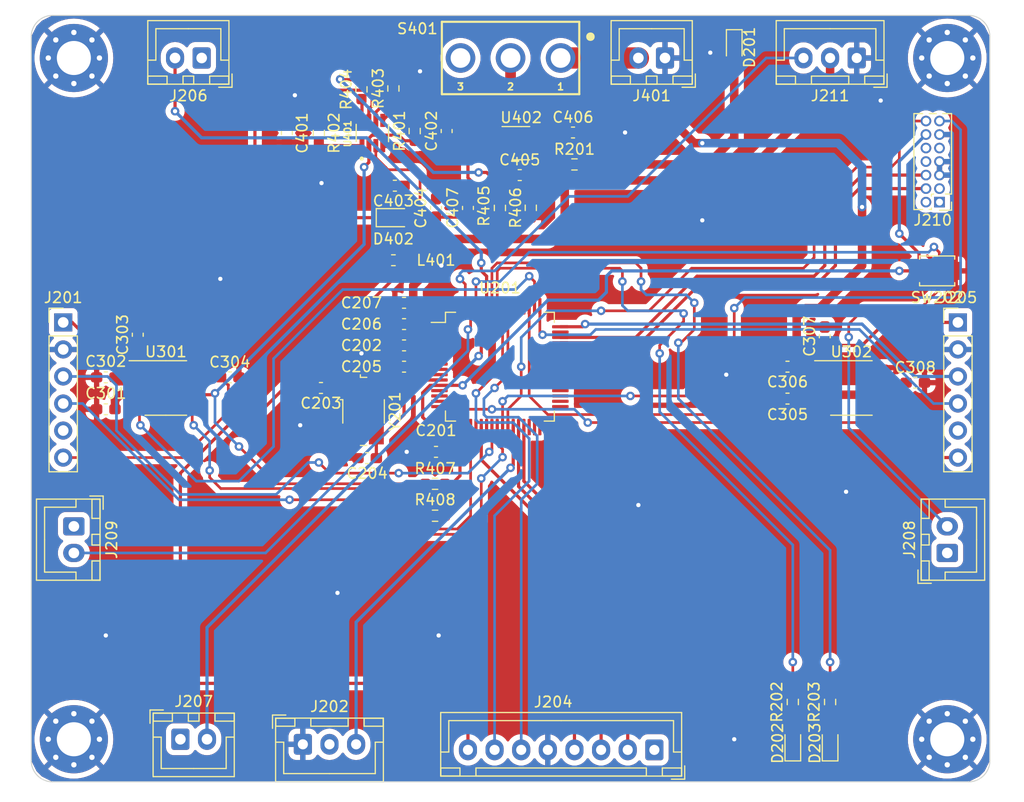
<source format=kicad_pcb>
(kicad_pcb (version 20221018) (generator pcbnew)
  (layers (0 "F.Cu" signal) (1 "In1.Cu" signal) (2 "In2.Cu" signal) (31 "B.Cu" signal) (34 "B.Paste" user) (35 "F.Paste" user) (36 "B.SilkS" user "B.Silkscreen") (37 "F.SilkS" user "F.Silkscreen") (38 "B.Mask" user) (39 "F.Mask" user) (44 "Edge.Cuts" user))
  (net 0 "")
  (net 1 "/STM32/NRST")
  (net 2 "GND")
  (net 3 "/Motor/M_L1")
  (net 4 "Net-(U201-PF0)")
  (net 5 "Net-(U201-PF1)")
  (net 6 "7.2V")
  (net 7 "/Motor/M_L2")
  (net 8 "/Motor/M_R1")
  (net 9 "/Motor/M_R2")
  (net 10 "Net-(D402-K)")
  (net 11 "/STM32/Endoder_LA")
  (net 12 "/STM32/Endoder_LB")
  (net 13 "/STM32/V_BORDURE_R")
  (net 14 "/STM32/M_EN")
  (net 15 "Net-(U401-VCC)")
  (net 16 "/STM32/DEV_EN")
  (net 17 "Net-(U401-SW)")
  (net 18 "+5V")
  (net 19 "+3.3V")
  (net 20 "/STM32/M_SCTR")
  (net 21 "/STM32/LIDAR_RX")
  (net 23 "/STM32/LIDAR_TX")
  (net 24 "/STM32/Endoder_RB")
  (net 25 "/STM32/Endoder_RA")
  (net 26 "/STM32/BUMPER_F")
  (net 27 "/STM32/BUMPER_B")
  (net 28 "/STM32/BUMPER_R")
  (net 29 "/STM32/BUMPER_L")
  (net 32 "/STM32/SWDIO")
  (net 33 "/STM32/SWCLK")
  (net 37 "/STM32/VCP_TX")
  (net 38 "/STM32/VCP_RX")
  (net 39 "Net-(D201-A)")
  (net 40 "/STM32/V_BORDURE_F")
  (net 41 "Net-(D202-A)")
  (net 42 "/STM32/LED_R")
  (net 43 "Net-(D203-A)")
  (net 44 "Net-(U401-EN{slash}SYNC)")
  (net 45 "Net-(U401-PG)")
  (net 46 "Net-(R404-Pad2)")
  (net 47 "/STM32/LED_B")
  (net 53 "/Power/BAT_LVL")
  (net 56 "/Motor/REV_MR")
  (net 59 "/Motor/REV_ML")
  (net 62 "/Motor/FWD_ML")
  (net 79 "/Motor/FWD_MR")
  (net 84 "Net-(J401-Pin_2)")
  (net 85 "Net-(U401-BST)")
  (net 86 "Net-(U401-FB)")
  (footprint "Capacitor_SMD:C_0603_1608Metric_Pad1.08x0.95mm_HandSolder" (layer "F.Cu") (at 85 83)
    (fp_text reference "C205")
    (fp_text value "100nF")
  )
  (footprint "Resistor_SMD:R_0603_1608Metric_Pad0.98x0.95mm_HandSolder" (layer "F.Cu") (at 86 60.8625 90)
    (fp_text reference "R401")
    (fp_text value "100k")
  )
  (footprint "LED_SMD:LED_0603_1608Metric_Pad1.05x0.95mm_HandSolder" (layer "F.Cu") (at 125 118.375 90)
    (fp_text reference "D203")
    (fp_text value "LED B")
  )
  (footprint "Capacitor_SMD:C_0603_1608Metric_Pad1.08x0.95mm_HandSolder" (layer "F.Cu") (at 74 61.0475 -90)
    (fp_text reference "C401")
    (fp_text value "0.1uF")
  )
  (footprint "Button_Switch_SMD:SW_SPST_B3U-1000P" (layer "F.Cu") (at 135.05 74 180)
    (fp_text reference "SW202")
    (fp_text value "SW_Push")
  )
  (footprint "Connector_JST:JST_XH_B2B-XH-A_1x02_P2.50mm_Vertical" (layer "F.Cu") (at 66 54 180)
    (fp_text reference "J206")
    (fp_text value "BUMPER_F")
  )
  (footprint "Connector_PinHeader_1.27mm:PinHeader_2x07_P1.27mm_Vertical" (layer "F.Cu") (at 135.27 67.54 180)
    (fp_text reference "J210")
    (fp_text value "Conn_02x07_Odd_Even")
  )
  (footprint "Capacitor_SMD:C_0603_1608Metric_Pad1.08x0.95mm_HandSolder" (layer "F.Cu") (at 77.2 85 180)
    (fp_text reference "C203")
    (fp_text value "10pF")
  )
  (footprint "Package_QFP:LQFP-64_10x10mm_P0.5mm" (layer "F.Cu") (at 94 83)
    (fp_text reference "U201")
    (fp_text value "STM32G070RBTx")
  )
  (footprint "Inductor_SMD:L_0603_1608Metric_Pad1.05x0.95mm_HandSolder" (layer "F.Cu") (at 84 73)
    (fp_text reference "L401")
    (fp_text value "4.7uH")
  )
  (footprint "Capacitor_SMD:C_0603_1608Metric_Pad1.08x0.95mm_HandSolder" (layer "F.Cu") (at 84.1375 66 180)
    (fp_text reference "C403")
    (fp_text value "100n")
  )
  (footprint "MountingHole:MountingHole_3.2mm_M3_Pad_Via" (layer "F.Cu") (at 136 54)
    (fp_text reference "H202" hide)
    (fp_text value "MountingHole_Pad")
  )
  (footprint "Connector_PinHeader_2.54mm:PinHeader_1x06_P2.54mm_Vertical" (layer "F.Cu") (at 53 78.84)
    (fp_text reference "J201")
    (fp_text value "Motor_L")
  )
  (footprint "LED_SMD:LED_0603_1608Metric_Pad1.05x0.95mm_HandSolder" (layer "F.Cu") (at 121.5 118.375 90)
    (fp_text reference "D202")
    (fp_text value "LED R")
  )
  (footprint "Resistor_SMD:R_0603_1608Metric_Pad0.98x0.95mm_HandSolder" (layer "F.Cu") (at 121.5 114.5 -90)
    (fp_text reference "R202")
    (fp_text value "1k")
  )
  (footprint "Capacitor_SMD:C_0603_1608Metric_Pad1.08x0.95mm_HandSolder" (layer "F.Cu") (at 68.6375 84)
    (fp_text reference "C304")
    (fp_text value "10nF")
  )
  (footprint "Capacitor_SMD:C_0603_1608Metric_Pad1.08x0.95mm_HandSolder" (layer "F.Cu") (at 60 80 90)
    (fp_text reference "C303")
    (fp_text value "10nF")
  )
  (footprint "Package_SO:SOIC-8_3.9x4.9mm_P1.27mm" (layer "F.Cu") (at 62.6375 85)
    (fp_text reference "U301")
    (fp_text value "ZXBM5210-S")
  )
  (footprint "Crystal:Crystal_SMD_0603-4Pin_6.0x3.5mm" (layer "F.Cu") (at 81.2 87.2 -90)
    (fp_text reference "Y201")
    (fp_text value "16M")
  )
  (footprint "Capacitor_SMD:C_0603_1608Metric_Pad1.08x0.95mm_HandSolder" (layer "F.Cu") (at 57 84 180)
    (fp_text reference "C302")
    (fp_text value "10uF")
  )
  (footprint "Connector_JST:JST_XH_B2B-XH-A_1x02_P2.50mm_Vertical" (layer "F.Cu") (at 54 98 -90)
    (fp_text reference "J209")
    (fp_text value "BUMPER_L")
  )
  (footprint "472121010111:472121010111" (layer "F.Cu") (at 95 54)
    (property "VALUE" "472121010111")
    (fp_text reference "S401")
    (fp_text value "472121010111")
  )
  (footprint "Resistor_SMD:R_0603_1608Metric_Pad0.98x0.95mm_HandSolder" (layer "F.Cu") (at 94 68.0875 -90)
    (fp_text reference "R405")
    (fp_text value "40.2k")
  )
  (footprint "Capacitor_SMD:C_0603_1608Metric_Pad1.08x0.95mm_HandSolder" (layer "F.Cu") (at 88 68.0875 90)
    (fp_text reference "C404")
    (fp_text value "22uF")
  )
  (footprint "Connector_JST:JST_XH_B3B-XH-A_1x03_P2.50mm_Vertical" (layer "F.Cu") (at 127.5 54 180)
    (fp_text reference "J211")
    (fp_text value "bordure_F")
  )
  (footprint "MP1475:MP1475DJ-LF-P" (layer "F.Cu") (at 82.025 61.0475 90)
    (fp_text reference "U401")
    (fp_text value "MP1475DJ-LF-P")
  )
  (footprint "Package_TO_SOT_SMD:SOT-23-5" (layer "F.Cu") (at 96 62)
    (fp_text reference "U402")
    (fp_text value "MIC5317")
  )
  (footprint "MountingHole:MountingHole_3.2mm_M3_Pad_Via" (layer "F.Cu") (at 54 54)
    (fp_text reference "H201" hide)
    (fp_text value "MountingHole_Pad")
  )
  (footprint "Resistor_SMD:R_0603_1608Metric_Pad0.98x0.95mm_HandSolder" (layer "F.Cu") (at 87.9125 97 180)
    (fp_text reference "R408")
    (fp_text value "10k")
  )
  (footprint "Connector_JST:JST_XH_B2B-XH-A_1x02_P2.50mm_Vertical" (layer "F.Cu") (at 64 118)
    (fp_text reference "J207")
    (fp_text value "BUMPER_B")
  )
  (footprint "MountingHole:MountingHole_3.2mm_M3_Pad_Via" (layer "F.Cu") (at 136 118)
    (fp_text reference "H203" hide)
    (fp_text value "MountingHole_Pad")
  )
  (footprint "Resistor_SMD:R_0603_1608Metric_Pad0.98x0.95mm_HandSolder" (layer "F.Cu") (at 125 114.5 -90)
    (fp_text reference "R203")
    (fp_text value "1k")
  )
  (footprint "Resistor_SMD:R_0603_1608Metric_Pad0.98x0.95mm_HandSolder" (layer "F.Cu") (at 77 61.0475 -90)
    (fp_text reference "R402")
    (fp_text value "100k")
  )
  (footprint "Capacitor_SMD:C_0603_1608Metric_Pad1.08x0.95mm_HandSolder" (layer "F.Cu") (at 121 83 180)
    (fp_text reference "C306")
    (fp_text value "10uF")
  )
  (footprint "Capacitor_SMD:C_0603_1608Metric_Pad1.08x0.95mm_HandSolder" (layer "F.Cu") (at 100.8625 61)
    (fp_text reference "C406")
    (fp_text value "1uF")
  )
  (footprint "Capacitor_SMD:C_0603_1608Metric_Pad1.08x0.95mm_HandSolder" (layer "F.Cu") (at 121 86)
    (fp_text reference "C305")
    (fp_text value "1uF")
  )
  (footprint "Capacitor_SMD:C_0603_1608Metric_Pad1.08x0.95mm_HandSolder" (layer "F.Cu") (at 91 68.0875 90)
    (fp_text reference "C407")
    (fp_text value "22uF")
  )
  (footprint "Package_SO:SOIC-8_3.9x4.9mm_P1.27mm" (layer "F.Cu") (at 127 85)
    (fp_text reference "U302")
    (fp_text value "ZXBM5210-S")
  )
  (footprint "Resistor_SMD:R_0603_1608Metric_Pad0.98x0.95mm_HandSolder" (layer "F.Cu") (at 96.9 68.075 90)
    (fp_text reference "R406")
    (fp_text value "13k")
  )
  (footprint "Resistor_SMD:R_0603_1608Metric_Pad0.98x0.95mm_HandSolder" (layer "F.Cu") (at 81 56.95 90)
    (fp_text reference "R404")
    (fp_text value "16k")
  )
  (footprint "Capacitor_SMD:C_0603_1608Metric_Pad1.08x0.95mm_HandSolder" (layer "F.Cu") (at 57 87)
    (fp_text reference "C301")
    (fp_text value "1uF")
  )
  (footprint "Capacitor_SMD:C_0603_1608Metric_Pad1.08x0.95mm_HandSolder" (layer "F.Cu") (at 124.5 80.1375 90)
    (fp_text reference "C307")
    (fp_text value "10nF")
  )
  (footprint "Resistor_SMD:R_0603_1608Metric_Pad0.98x0.95mm_HandSolder" (layer "F.Cu") (at 101 64)
    (fp_text reference "R201")
    (fp_text value "1k")
  )
  (footprint "Capacitor_SMD:C_0603_1608Metric_Pad1.08x0.95mm_HandSolder" (layer "F.Cu") (at 81.5375 91.592 180)
    (fp_text reference "C204")
    (fp_text value "10pF")
  )
  (footprint "Resistor_SMD:R_0603_1608Metric_Pad0.98x0.95mm_HandSolder" (layer "F.Cu") (at 87.9125 94)
    (fp_text reference "R407")
    (fp_text value "12k")
  )
  (footprint "Capacitor_SMD:C_0603_1608Metric_Pad1.08x0.95mm_HandSolder" (layer "F.Cu") (at 133 84.5)
    (fp_text reference "C308")
    (fp_text value "10nF")
  )
  (footprint "Connector_JST:JST_XH_B2B-XH-A_1x02_P2.50mm_Vertical" (layer "F.Cu") (at 136 100.5 90)
    (fp_text reference "J208")
    (fp_text value "BUMPER_R")
  )
  (footprint "Capacitor_SMD:C_0603_1608Metric_Pad1.08x0.95mm_HandSolder" (layer "F.Cu") (at 85 81 180)
    (fp_text reference "C202")
    (fp_text value "100nF")
  )
  (footprint "MountingHole:MountingHole_3.2mm_M3_Pad_Via" (layer "F.Cu") (at 54 118)
    (fp_text reference "H204" hide)
    (fp_text value "MountingHole_Pad")
  )
  (footprint "LED_SMD:LED_0603_1608Metric_Pad1.05x0.95mm_HandSolder" (layer "F.Cu") (at 116 53 -90)
    (fp_text reference "D201")
    (fp_text value "LED G")
  )
  (footprint "Capacitor_SMD:C_0603_1608Metric_Pad1.08x0.95mm_HandSolder" (layer "F.Cu") (at 85 79)
    (fp_text reference "C206")
    (fp_text value "100nF")
  )
  (footprint "Capacitor_SMD:C_0603_1608Metric_Pad1.08x0.95mm_HandSolder" (layer "F.Cu") (at 88 91 180)
    (fp_text reference "C201")
    (fp_text value "100nF")
  )
  (footprint "Connector_JST:JST_XH_B2B-XH-A_1x02_P2.50mm_Vertical" (layer "F.Cu") (at 109.5 54 180)
    (fp_text reference "J401")
    (fp_text value "Conn_BAT")
  )
  (footprint "Connector_JST:JST_XH_B3B-XH-A_1x03_P2.50mm_Vertical" (layer "F.Cu") (at 75.5 118.475)
    (fp_text reference "J202")
    (fp_text value "bordure_R")
  )
  (footprint "Capacitor_SMD:C_0603_1608Metric_Pad1.08x0.95mm_HandSolder" (layer "F.Cu") (at 89 60.8625 90)
    (fp_text reference "C402")
    (fp_text value "22uF")
  )
  (footprint "Capacitor_SMD:C_0603_1608Metric_Pad1.08x0.95mm_HandSolder" (layer "F.Cu") (at 85 77)
    (fp_text reference "C207")
    (fp_text value "4.7uF")
  )
  (footprint "Resistor_SMD:R_0603_1608Metric_Pad0.98x0.95mm_HandSolder" (layer "F.Cu") (at 84 56.8625 90)
    (fp_text reference "R403")
    (fp_text value "20")
  )
  (footprint "Capacitor_SMD:C_0603_1608Metric_Pad1.08x0.95mm_HandSolder" (layer "F.Cu") (at 95.8625 65)
    (fp_text reference "C405")
    (fp_text value "1uF")
  )
  (footprint "Connector_PinHeader_2.54mm:PinHeader_1x06_P2.54mm_Vertical" (layer "F.Cu") (at 137 78.84)
    (fp_text reference "J205")
    (fp_text value "Motor_R")
  )
  (footprint "Connector_JST:JST_XH_B8B-XH-A_1x08_P2.50mm_Vertical" (layer "F.Cu") (at 108.5 119 180)
    (fp_text reference "J204")
    (fp_text value "LIDAR")
  )
  (footprint "Diode_SMD:D_SOD-323" (layer "F.Cu") (at 84 69)
    (fp_text reference "D402")
    (fp_text value "1N4148WS")
  )
  (gr_line (start 138 122) (end 52 122) (stroke (width 0.1)) (layer "Edge.Cuts"))
  (gr_line (start 52 50) (end 138 50) (stroke (width 0.1)) (layer "Edge.Cuts"))
  (gr_line (start 140 52) (end 140 120) (stroke (width 0.1)) (layer "Edge.Cuts"))
  (gr_arc (start 52 122) (mid 50.585786 121.414214) (end 50 120) (stroke (width 0.1)) (layer "Edge.Cuts"))
  (gr_arc (start 140 120) (mid 139.414214 121.414214) (end 138 122) (stroke (width 0.1)) (layer "Edge.Cuts"))
  (gr_arc (start 138 50) (mid 139.414214 50.585786) (end 140 52) (stroke (width 0.1)) (layer "Edge.Cuts"))
  (gr_line (start 50 120) (end 50 52) (stroke (width 0.1)) (layer "Edge.Cuts"))
  (gr_arc (start 50 52) (mid 50.585786 50.585786) (end 52 50) (stroke (width 0.1)) (layer "Edge.Cuts"))
  (segment (start 88.325 84.75) (end 87.448959 84.75) (width 0.3) (layer "F.Cu") (net 1))
  (segment (start 86.75 87.75) (end 87.75 88.75) (width 0.3) (layer "F.Cu") (net 1))
  (segment (start 133.35 74) (end 131.5 74) (width 0.3) (layer "F.Cu") (net 1))
  (segment (start 86.75 85.448959) (end 86.75 87.75) (width 0.3) (layer "F.Cu") (net 1))
  (segment (start 88.325 84.75) (end 90.5 84.75) (width 0.3) (layer "F.Cu") (net 1))
  (segment (start 88.5 88.75) (end 88.8625 89.1125) (width 0.3) (layer "F.Cu") (net 1))
  (segment (start 133.35 72.35) (end 133.35 74) (width 0.3) (layer "F.Cu") (net 1))
  (segment (start 87.75 88.75) (end 88.5 88.75) (width 0.3) (layer "F.Cu") (net 1))
  (segment (start 131.5 70.5) (end 133.35 72.35) (width 0.3) (layer "F.Cu") (net 1))
  (segment (start 87.448959 84.75) (end 86.75 85.448959) (width 0.3) (layer "F.Cu") (net 1))
  (segment (start 88.8625 89.1125) (end 88.8625 91) (width 0.3) (layer "F.Cu") (net 1))
  (via (at 131.5 70.5) (size 0.8) (drill 0.4) (layers "F.Cu" "B.Cu") (net 1))
  (via (at 90.5 84.75) (size 0.8) (drill 0.4) (layers "F.Cu" "B.Cu") (net 1))
  (via (at 131.5 74) (size 0.8) (drill 0.4) (layers "F.Cu" "B.Cu") (net 1))
  (segment (start 131.5 63.69) (end 131.5 70.5) (width 0.3) (layer "B.Cu") (net 1))
  (segment (start 98.5 76.75) (end 103.25 76.75) (width 0.3) (layer "B.Cu") (net 1))
  (segment (start 104.5 74) (end 131.5 74) (width 0.3) (layer "B.Cu") (net 1))
  (segment (start 90.5 84.75) (end 98.5 76.75) (width 0.3) (layer "B.Cu") (net 1))
  (segment (start 103.25 76.75) (end 104 76) (width 0.3) (layer "B.Cu") (net 1))
  (segment (start 134 61.19) (end 131.5 63.69) (width 0.3) (layer "B.Cu") (net 1))
  (segment (start 104 74.5) (end 104.5 74) (width 0.3) (layer "B.Cu") (net 1))
  (segment (start 104 76) (end 104 74.5) (width 0.3) (layer "B.Cu") (net 1))
  (via (at 113 69.25) (size 0.8) (drill 0.4) (layers "F.Cu" "B.Cu") (net 2))
  (via (at 85.25 91) (size 0.8) (drill 0.4) (layers "F.Cu" "B.Cu") (net 2))
  (via (at 86.5 55.25) (size 0.8) (drill 0.4) (layers "F.Cu" "B.Cu") (net 2))
  (via (at 75.25 88.5) (size 0.8) (drill 0.4) (layers "F.Cu" "B.Cu") (net 2))
  (via (at 88.25 108.25) (size 0.8) (drill 0.4) (layers "F.Cu" "B.Cu") (net 2))
  (via (at 81 81.75) (size 0.8) (drill 0.4) (layers "F.Cu" "B.Cu") (net 2))
  (via (at 116 118) (size 0.8) (drill 0.4) (layers "F.Cu" "B.Cu") (net 2))
  (via (at 126.5 94.75) (size 0.8) (drill 0.4) (layers "F.Cu" "B.Cu") (net 2))
  (via (at 107 96) (size 0.8) (drill 0.4) (layers "F.Cu" "B.Cu") (net 2))
  (via (at 57 108.25) (size 0.8) (drill 0.4) (layers "F.Cu" "B.Cu") (net 2))
  (via (at 67.75 74.75) (size 0.8) (drill 0.4) (layers "F.Cu" "B.Cu") (net 2))
  (via (at 77.25 65.75) (size 0.8) (drill 0.4) (layers "F.Cu" "B.Cu") (net 2))
  (via (at 78.75 104.25) (size 0.8) (drill 0.4) (layers "F.Cu" "B.Cu") (net 2))
  (via (at 129.75 58) (size 0.8) (drill 0.4) (layers "F.Cu" "B.Cu") (net 2))
  (via (at 88.5 73.5) (size 0.8) (drill 0.4) (layers "F.Cu" "B.Cu") (net 2))
  (via (at 105.75 61) (size 0.8) (drill 0.4) (layers "F.Cu" "B.Cu") (net 2))
  (via (at 115.25 83.75) (size 0.8) (drill 0.4) (layers "F.Cu" "B.Cu") (net 2))
  (via (at 113.75 53.5) (size 0.8) (drill 0.4) (layers "F.Cu" "B.Cu") (net 2))
  (via (at 74.75 57.5) (size 0.8) (drill 0.4) (layers "F.Cu" "B.Cu") (net 2))
  (segment (start 53.84 78.84) (end 53 78.84) (width 0.3) (layer "F.Cu") (net 3))
  (segment (start 60 80.8625) (end 60 82.9325) (width 0.3) (layer "F.Cu") (net 3))
  (segment (start 60 80.8625) (end 55.8625 80.8625) (width 0.3) (layer "F.Cu") (net 3))
  (segment (start 55.8625 80.8625) (end 53.84 78.84) (width 0.3) (layer "F.Cu") (net 3))
  (segment (start 60 82.9325) (end 60.1625 83.095) (width 0.3) (layer "F.Cu") (net 3))
  (segment (start 84.5 84.5) (end 86 84.5) (width 0.3) (layer "F.Cu") (net 4))
  (segment (start 86.75 83.75) (end 88.325 83.75) (width 0.3) (layer "F.Cu") (net 4))
  (segment (start 80 86) (end 80.5 86.5) (width 0.3) (layer "F.Cu") (net 4))
  (segment (start 84 86) (end 84 85) (width 0.3) (layer "F.Cu") (net 4))
  (segment (start 80 85) (end 80 86) (width 0.3) (layer "F.Cu") (net 4))
  (segment (start 80 85) (end 78.0625 85) (width 0.3) (layer "F.Cu") (net 4))
  (segment (start 84 85) (end 84.5 84.5) (width 0.3) (layer "F.Cu") (net 4))
  (segment (start 80.5 86.5) (end 83.5 86.5) (width 0.3) (layer "F.Cu") (net 4))
  (segment (start 86 84.5) (end 86.75 83.75) (width 0.3) (layer "F.Cu") (net 4))
  (segment (start 83.5 86.5) (end 84 86) (width 0.3) (layer "F.Cu") (net 4))
  (segment (start 85 87.5) (end 83.1 89.4) (width 0.3) (layer "F.Cu") (net 5))
  (segment (start 82.4 89.4) (end 82.4 91.592) (width 0.3) (layer "F.Cu") (net 5))
  (segment (start 85.5 85) (end 85 85.5) (width 0.3) (layer "F.Cu") (net 5))
  (segment (start 88.325 84.25) (end 86.957106 84.25) (width 0.3) (layer "F.Cu") (net 5))
  (segment (start 85 85.5) (end 85 87.5) (width 0.3) (layer "F.Cu") (net 5))
  (segment (start 86.957106 84.25) (end 86.207106 85) (width 0.3) (layer "F.Cu") (net 5))
  (segment (start 83.1 89.4) (end 82.4 89.4) (width 0.3) (layer "F.Cu") (net 5))
  (segment (start 86.207106 85) (end 85.5 85) (width 0.3) (layer "F.Cu") (net 5))
  (segment (start 90.275 61.725) (end 89 61.725) (width 1) (layer "F.Cu") (net 6))
  (segment (start 124.525 85.635) (end 122.2275 85.635) (width 0.8) (layer "F.Cu") (net 6))
  (segment (start 60.1625 85.635) (end 58.365 85.635) (width 0.8) (layer "F.Cu") (net 6))
  (segment (start 58.2275 84.365) (end 57.8625 84) (width 0.8) (layer "F.Cu") (net 6))
  (segment (start 122.2275 85.635) (end 121.8625 86) (width 0.8) (layer "F.Cu") (net 6))
  (segment (start 89 61.725) (end 86.05 61.725) (width 1) (layer "F.Cu") (net 6))
  (segment (start 84.5 61.25) (end 85.025 61.775) (width 0.3) (layer "F.Cu") (net 6))
  (segment (start 108.5 58.25) (end 96.75 58.25) (width 0.8) (layer "F.Cu") (net 6))
  (segment (start 124 77.5) (end 128 73.5) (width 0.8) (layer "F.Cu") (net 6))
  (segment (start 85.025 61.775) (end 86 61.775) (width 0.3) (layer "F.Cu") (net 6))
  (segment (start 96.75 58.25) (end 95 56.5) (width 0.8) (layer "F.Cu") (net 6))
  (segment (start 60.1625 84.365) (end 58.2275 84.365) (width 0.8) (layer "F.Cu") (net 6))
  (segment (start 123.2275 84.365) (end 121.8625 83) (width 0.8) (layer "F.Cu") (net 6))
  (segment (start 91 60.5) (end 91 61) (width 1) (layer "F.Cu") (net 6))
  (segment (start 87 94) (end 73 94) (width 0.25) (layer "F.Cu") (net 6))
  (segment (start 113 62) (end 112.25 62) (width 0.8) (layer "F.Cu") (net 6))
  (segment (start 124.525 84.365) (end 123.2275 84.365) (width 0.8) (layer "F.Cu") (net 6))
  (segment (start 128 73.5) (end 128 71) (width 0.8) (layer "F.Cu") (net 6))
  (segment (start 121.8625 78.3875) (end 122.75 77.5) (width 0.8) (layer "F.Cu") (net 6))
  (segment (start 57.8625 86.1375) (end 57.8625 87) (width 0.8) (layer "F.Cu") (net 6))
  (segment (start 81.25 64.25) (end 81.7 63.8) (width 0.3) (layer "F.Cu") (net 6))
  (segment (start 58.365 85.635) (end 57.8625 86.1375) (width 0.8) (layer "F.Cu") (net 6))
  (segment (start 129.475 85.635) (end 124.525 85.635) (width 0.8) (layer "F.Cu") (net 6))
  (segment (start 124.525 85.635) (end 124.525 84.365) (width 0.8) (layer "F.Cu") (net 6))
  (segment (start 95 56.5) (end 91 60.5) (width 1) (layer "F.Cu") (net 6))
  (segment (start 60.1625 85.635) (end 65.1125 85.635) (width 0.8) (layer "F.Cu") (net 6))
  (segment (start 112.25 62) (end 108.5 58.25) (width 0.8) (layer "F.Cu") (net 6))
  (segment (start 81.7 61.55) (end 82 61.25) (width 0.3) (layer "F.Cu") (net 6))
  (segment (start 81.7 62.2325) (end 81.7 61.55) (width 0.3) (layer "F.Cu") (net 6))
  (segment (start 82 61.25) (end 84.5 61.25) (width 0.3) (layer "F.Cu") (net 6))
  (segment (start 86.05 61.725) (end 86 61.775) (width 1) (layer "F.Cu") (net 6))
  (segment (start 60.1625 85.635) (end 60.1625 84.365) (width 0.8) (layer "F.Cu") (net 6))
  (segment (start 121.8625 83) (end 121.8625 78.3875) (width 0.8) (layer "F.Cu") (net 6))
  (segment (start 65.1125 85.635) (end 67.115 85.635) (width 0.3) (layer "F.Cu") (net 6))
  (segment (start 122.75 77.5) (end 124 77.5) (width 0.8) (layer "F.Cu") (net 6))
  (segment (start 95 54) (end 95 56.5) (width 1) (layer "F.Cu") (net 6))
  (segment (start 73 94) (end 69.5 90.5) (width 0.25) (layer "F.Cu") (net 6))
  (segment (start 128 71) (end 128 68) (width 0.8) (layer "F.Cu") (net 6))
  (segment (start 81.7 63.8) (end 81.7 62.2325) (width 0.3) (layer "F.Cu") (net 6))
  (segment (start 91 61) (end 90.275 61.725) (width 1) (layer "F.Cu") (net 6))
  (segment (start 67.115 85.635) (end 67.25 85.5) (width 0.3) (layer "F.Cu") (net 6))
  (via (at 128 68) (size 0.8) (drill 0.4) (layers "F.Cu" "B.Cu") (net 6))
  (via (at 67.25 85.5) (size 0.8) (drill 0.4) (layers "F.Cu" "B.Cu") (net 6))
  (via (at 113 62) (size 0.8) (drill 0.4) (layers "F.Cu" "B.Cu") (net 6))
  (via (at 69.5 90.5) (size 0.8) (drill 0.4) (layers "F.Cu" "B.Cu") (net 6))
  (via (at 81.25 64.25) (size 0.8) (drill 0.4) (layers "F.Cu" "B.Cu") (net 6))
  (segment (start 81.25 71.5) (end 81.25 64.25) (width 0.3) (layer "B.Cu") (net 6))
  (segment (start 128 64.25) (end 125.75 62) (width 0.8) (layer "B.Cu") (net 6))
  (segment (start 67.25 85.5) (end 81.25 71.5) (width 0.3) (layer "B.Cu") (net 6))
  (segment (start 67.25 88.25) (end 67.25 85.5) (width 0.25) (layer "B.Cu") (net 6))
  (segment (start 128 68) (end 128 64.25) (width 0.8) (layer "B.Cu") (net 6))
  (segment (start 69.5 90.5) (end 67.25 88.25) (width 0.25) (layer "B.Cu") (net 6))
  (segment (start 125.75 62) (end 113 62) (width 0.8) (layer "B.Cu") (net 6))
  (segment (start 68.5 84.725) (end 67.775 84) (width 0.3) (layer "F.Cu") (net 7))
  (segment (start 68.5 87.25) (end 68.5 84.725) (width 0.25) (layer "F.Cu") (net 7))
  (segment (start 64.21 91.54) (end 68.5 87.25) (width 0.25) (layer "F.Cu") (net 7))
  (segment (start 65.4775 84) (end 65.1125 84.365) (width 0.3) (layer "F.Cu") (net 7))
  (segment (start 53 91.54) (end 64.21 91.54) (width 0.25) (layer "F.Cu") (net 7))
  (segment (start 67.775 84) (end 65.4775 84) (width 0.3) (layer "F.Cu") (net 7))
  (segment (start 137 78.84) (end 130.16 78.84) (width 0.3) (layer "F.Cu") (net 8))
  (segment (start 130.16 78.84) (end 128 81) (width 0.3) (layer "F.Cu") (net 8))
  (segment (start 128 81) (end 124.5 81) (width 0.3) (layer "F.Cu") (net 8))
  (segment (start 124.5 83.07) (end 124.525 83.095) (width 0.3) (layer "F.Cu") (net 8))
  (segment (start 124.5 81) (end 124.5 83.07) (width 0.3) (layer "F.Cu") (net 8))
  (segment (start 129.475 84.365) (end 132.0025 84.365) (width 0.3) (layer "F.Cu") (net 9))
  (segment (start 133.54 91.54) (end 132.1375 90.1375) (width 0.3) (layer "F.Cu") (net 9))
  (segment (start 132.1375 90.1375) (end 132.1375 84.5) (width 0.3) (layer "F.Cu") (net 9))
  (segment (start 137 91.54) (end 133.54 91.54) (width 0.3) (layer "F.Cu") (net 9))
  (segment (start 132.0025 84.365) (end 132.1375 84.5) (width 0.3) (layer "F.Cu") (net 9))
  (segment (start 82.95 69) (end 72.5 69) (width 0.3) (layer "F.Cu") (net 10))
  (segment (start 85 66.75) (end 85 66) (width 0.3) (layer "F.Cu") (net 10))
  (segment (start 83.25 67.25) (end 84.5 67.25) (width 0.3) (layer "F.Cu") (net 10))
  (segment (start 71 55.25) (end 71.75 54.5) (width 0.3) (layer "F.Cu") (net 10))
  (segment (start 71.75 54.5) (end 83.5 54.5) (width 0.3) (layer "F.Cu") (net 10))
  (segment (start 82.95 69) (end 82.95 67.55) (width 0.3) (layer "F.Cu") (net 10))
  (segment (start 84 55) (end 84 55.95) (width 0.3) (layer "F.Cu") (net 10))
  (segment (start 83.5 54.5) (end 84 55) (width 0.3) (layer "F.Cu") (net 10))
  (segment (start 82.95 67.55) (end 83.25 67.25) (width 0.3) (layer "F.Cu") (net 10))
  (segment (start 72.5 69) (end 71 67.5) (width 0.3) (layer "F.Cu") (net 10))
  (segment (start 71 67.5) (end 71 55.25) (width 0.3) (layer "F.Cu") (net 10))
  (segment (start 84.5 67.25) (end 85 66.75) (width 0.3) (layer "F.Cu") (net 10))
  (segment (start 78 93) (end 84.5 93) (width 0.25) (layer "F.Cu") (net 11))
  (segment (start 77 92) (end 78 93) (width 0.25) (layer "F.Cu") (net 11))
  (segment (start 93.25 90.75) (end 93.25 88.675) (width 0.25) (layer "F.Cu") (net 11))
  (segment (start 93 91) (end 93.25 90.75) (width 0.25) (layer "F.Cu") (net 11))
  (via (at 93 91) (size 0.8) (drill 0.4) (layers "F.Cu" "B.Cu") (net 11))
  (via (at 84.5 93) (size 0.8) (drill 0.4) (layers "F.Cu" "B.Cu") (net 11))
  (via (at 77 92) (size 0.8) (drill 0.4) (layers "F.Cu" "B.Cu") (net 11))
  (segment (start 73 95) (end 76 92) (width 0.25) (layer "B.Cu") (net 11))
  (segment (start 57.17 83.92) (end 58 84.75) (width 0.25) (layer "B.Cu") (net 11))
  (segment (start 58 84.75) (end 58 89) (width 0.25) (layer "B.Cu") (net 11))
  (segment (start 64 95) (end 73 95) (width 0.25) (layer "B.Cu") (net 11))
  (segment (start 91 93) (end 93 91) (width 0.25) (layer "B.Cu") (net 11))
  (segment (start 84.5 93) (end 91 93) (width 0.25) (layer "B.Cu") (net 11))
  (segment (start 58 89) (end 64 95) (width 0.25) (layer "B.Cu") (net 11))
  (segment (start 76 92) (end 77 92) (width 0.25) (layer "B.Cu") (net 11))
  (segment (start 53 83.92) (end 57.17 83.92) (width 0.25) (layer "B.Cu") (net 11))
  (segment (start 81.75 95.5) (end 85 98.75) (width 0.25) (layer "F.Cu") (net 12))
  (segment (start 94.25 91.5) (end 94.25 90.75) (width 0.25) (layer "F.Cu") (net 12))
  (segment (start 85 98.75) (end 91 98.75) (width 0.25) (layer "F.Cu") (net 12))
  (segment (start 92.25 97.5) (end 92.25 93.5) (width 0.25) (layer "F.Cu") (net 12))
  (segment (start 74.25 95.5) (end 81.75 95.5) (width 0.25) (layer "F.Cu") (net 12))
  (segment (start 93.75 90.25) (end 93.75 88.675) (width 0.25) (layer "F.Cu") (net 12))
  (segment (start 94.25 90.75) (end 93.75 90.25) (width 0.25) (layer "F.Cu") (net 12))
  (segment (start 92 97.75) (end 92.25 97.5) (width 0.25) (layer "F.Cu") (net 12))
  (segment (start 91 98.75) (end 92 97.75) (width 0.25) (layer "F.Cu") (net 12))
  (via (at 92.25 93.5) (size 0.8) (drill 0.4) (layers "F.Cu" "B.Cu") (net 12))
  (via (at 74.25 95.5) (size 0.8) (drill 0.4) (layers "F.Cu" "B.Cu") (net 12))
  (via (at 94.25 91.5) (size 0.8) (drill 0.4) (layers "F.Cu" "B.Cu") (net 12))
  (segment (start 74.25 95.5) (end 63.863604 95.5) (width 0.25) (layer "B.Cu") (net 12))
  (segment (start 63.863604 95.5) (end 54.823604 86.46) (width 0.25) (layer "B.Cu") (net 12))
  (segment (start 54.823604 86.46) (end 53 86.46) (width 0.25) (layer "B.Cu") (net 12))
  (segment (start 92.25 93.5) (end 94.25 91.5) (width 0.25) (layer "B.Cu") (net 12))
  (segment (start 95.25 88.675) (end 95.25 92.25) (width 0.3) (layer "F.Cu") (net 13))
  (segment (start 95.25 92.25) (end 95 92.5) (width 0.3) (layer "F.Cu") (net 13))
  (via (at 95 92.5) (size 0.8) (drill 0.4) (layers "F.Cu" "B.Cu") (net 13))
  (segment (start 95 92.5) (end 80.5 107) (width 0.3) (layer "B.Cu") (net 13))
  (segment (start 80.5 107) (end 80.5 118.475) (width 0.3) (layer "B.Cu") (net 13))
  (segment (start 106 103.5) (end 96.25 93.75) (width 0.3) (layer "F.Cu") (net 14))
  (segment (start 96.25 93.75) (end 96.25 88.675) (width 0.3) (layer "F.Cu") (net 14))
  (segment (start 106 119) (end 106 103.5) (width 0.3) (layer "F.Cu") (net 14))
  (segment (start 82 58.5) (end 81.7 58.8) (width 0.3) (layer "F.Cu") (net 15))
  (segment (start 81.775 57.025) (end 82 57.25) (width 0.3) (layer "F.Cu") (net 15))
  (segment (start 81.7 58.8) (end 81.7 59.8625) (width 0.3) (layer "F.Cu") (net 15))
  (segment (start 74.05 60.135) (end 74 60.185) (width 0.3) (layer "F.Cu") (net 15))
  (segment (start 77 60.135) (end 74.05 60.135) (width 0.3) (layer "F.Cu") (net 15))
  (segment (start 77.725 57.025) (end 81.775 57.025) (width 0.3) (layer "F.Cu") (net 15))
  (segment (start 77 57.75) (end 77.725 57.025) (width 0.3) (layer "F.Cu") (net 15))
  (segment (start 82 57.25) (end 82 58.5) (width 0.3) (layer "F.Cu") (net 15))
  (segment (start 77 60.135) (end 77 57.75) (width 0.3) (layer "F.Cu") (net 15))
  (segment (start 103.5 102) (end 103.5 119) (width 0.3) (layer "F.Cu") (net 16))
  (segment (start 95.75 88.675) (end 95.75 94.25) (width 0.3) (layer "F.Cu") (net 16))
  (segment (start 95.75 94.25) (end 103.5 102) (width 0.3) (layer "F.Cu") (net 16))
  (segment (start 83.275 64.275) (end 83.5 64.5) (width 0.25) (layer "F.Cu") (net 17))
  (segment (start 83.275 64.275) (end 83.275 66) (width 0.25) (layer "F.Cu") (net 17))
  (segment (start 86.5 67.25) (end 85.75 68) (width 0.25) (layer "F.Cu") (net 17))
  (segment (start 84 68.5) (end 84 70.75) (width 0.25) (layer "F.Cu") (net 17))
  (segment (start 83.5 64.5) (end 86.25 64.5) (width 0.25) (layer "F.Cu") (net 17))
  (segment (start 84 70.75) (end 83.125 71.625) (width 0.25) (layer "F.Cu") (net 17))
  (segment (start 82.35 63.35) (end 83.275 64.275) (width 0.25) (layer "F.Cu") (net 17))
  (segment (start 85.75 68) (end 84.5 68) (width 0.25) (layer "F.Cu") (net 17))
  (segment (start 86.5 64.75) (end 86.5 67.25) (width 0.25) (layer "F.Cu") (net 17))
  (segment (start 86.25 64.5) (end 86.5 64.75) (width 0.25) (layer "F.Cu") (net 17))
  (segment (start 84.5 68) (end 84 68.5) (width 0.25) (layer "F.Cu") (net 17))
  (segment (start 83.125 71.625) (end 83.125 73) (width 0.25) (layer "F.Cu") (net 17))
  (segment (start 82.35 62.2325) (end 82.35 63.35) (width 0.25) (layer "F.Cu") (net 17))
  (segment (start 91 68.95) (end 92.5 68.95) (width 0.3) (layer "F.Cu") (net 18))
  (segment (start 95.282107 61.05) (end 95.875 61.642893) (width 0.3) (layer "F.Cu") (net 18))
  (segment (start 85.05 72.825) (end 84.875 73) (width 0.3) (layer "F.Cu") (net 18))
  (segment (start 88 68.95) (end 91 68.95) (width 0.3) (layer "F.Cu") (net 18))
  (segment (start 88 68.95) (end 85.1 68.95) (width 0.3) (layer "F.Cu") (net 18))
  (segment (start 71 87.75) (end 69.25 87.75) (width 0.3) (layer "F.Cu") (net 18))
  (segment (start 91 63.75) (end 91 65.25) (width 0.3) (layer "F.Cu") (net 18))
  (segment (start 94.8625 62.95) (end 94.8625 64.8625) (width 0.3) (layer "F.Cu") (net 18))
  (segment (start 88 112.75) (end 91 115.75) (width 0.3) (layer "F.Cu") (net 18))
  (segment (start 94.8625 62.95) (end 91.8 62.95) (width 0.3) (layer "F.Cu") (net 18))
  (segment (start 95.3 62.95) (end 94.8625 62.95) (width 0.3) (layer "F.Cu") (net 18))
  (segment (start 65.25 112.75) (end 88 112.75) (width 0.3) (layer "F.Cu") (net 18))
  (segment (start 64 111.5) (end 65.25 112.75) (width 0.3) (layer "F.Cu") (net 18))
  (segment (start 64 93) (end 64 111.5) (width 0.3) (layer "F.Cu") (net 18))
  (segment (start 94.8625 61.05) (end 95.282107 61.05) (width 0.3) (layer "F.Cu") (net 18))
  (segment (start 94.8625 64.8625) (end 95 65) (width 0.3) (layer "F.Cu") (net 18))
  (segment (start 92.5 66.75) (end 92.5 68.95) (width 0.3) (layer "F.Cu") (net 18))
  (segment (start 85.1 68.95) (end 85.05 69) (width 0.3) (layer "F.Cu") (net 18))
  (segment (start 85.05 69) (end 85.05 72.825) (width 0.3) (layer "F.Cu") (net 18))
  (segment (start 84.875 73) (end 84.875 73.875) (width 0.3) (layer "F.Cu") (net 18))
  (segment (start 92.5 68.95) (end 93.95 68.95) (width 0.3) (layer "F.Cu") (net 18))
  (segment (start 93.95 68.95) (end 94 69) (width 0.3) (layer "F.Cu") (net 18))
  (segment (start 91 65.25) (end 92.5 66.75) (width 0.3) (layer "F.Cu") (net 18))
  (segment (start 91 115.75) (end 91 119) (width 0.3) (layer "F.Cu") (net 18))
  (segment (start 95.875 61.642893) (end 95.875 62.375) (width 0.3) (layer "F.Cu") (net 18))
  (segment (start 95.875 62.375) (end 95.3 62.95) (width 0.3) (layer "F.Cu") (net 18))
  (segment (start 91.8 62.95) (end 91 63.75) (width 0.3) (layer "F.Cu") (net 18))
  (segment (start 69.25 87.75) (end 64 93) (width 0.3) (layer "F.Cu") (net 18))
  (segment (start 84.875 73.875) (end 71 87.75) (width 0.3) (layer "F.Cu") (net 18))
  (segment (start 100.0875 65.5) (end 100.0875 69.4125) (width 0.8) (layer "F.Cu") (net 19))
  (segment (start 88.325 81.75) (end 86.6125 81.75) (width 0.3) (layer "F.Cu") (net 19))
  (segment (start 86.1125 82.75) (end 85.8625 83) (width 0.3) (layer "F.Cu") (net 19))
  (segment (start 87.75 71) (end 86.5 72.25) (width 0.8) (layer "F.Cu") (net 19))
  (segment (start 85.8625 79) (end 85.8625 77) (width 0.8) (layer "F.Cu") (net 19))
  (segment (start 100.0875 61.0875) (end 100.0875 64) (width 0.8) (layer "F.Cu") (net 19))
  (segment (start 88.325 82.25) (end 87.1125 82.25) (width 0.3) (layer "F.Cu") (net 19))
  (segment (start 125 54) (end 125 57) (width 0.8) (layer "F.Cu") (net 19))
  (segment (start 100.0875 64) (end 100.25 64.1625) (width 0.3) (layer "F.Cu") (net 19))
  (segment (start 100 61) (end 100.0875 61.0875) (width 0.8) (layer "F.Cu") (net 19))
  (segment (start 86.5 74.75) (end 85.8625 75.3875) (width 0.8) (layer "F.Cu") (net 19))
  (segment (start 98.5 71) (end 87.75 71) (width 0.8) (layer "F.Cu") (net 19))
  (segment (start 85.8625 83) (end 85.8625 81) (width 0.8) (layer "F.Cu") (net 19))
  (segment (start 125 57) (end 116.5 65.5) (width 0.8) (layer "F.Cu") (net 19))
  (segment (start 86.5 72.25) (end 86.5 74.75) (width 0.8) (layer "F.Cu") (net 19))
  (segment (start 86.6125 82.75) (end 86.5 82.75) (width 0.3) (layer "F.Cu") (net 19))
  (segment (start 86.5 82.75) (end 86.1125 82.75) (width 0.3) (layer "F.Cu") (net 19))
  (segment (start 88.325 82.75) (end 86.5 82.75) (width 0.3) (layer "F.Cu") (net 19))
  (segment (start 86.6125 81.75) (end 85.8625 81) (width 0.3) (layer "F.Cu") (net 19))
  (segment (start 87.1125 82.25) (end 86.6125 82.75) (width 0.3) (layer "F.Cu") (net 19))
  (segment (start 116.5 65.5) (end 100.0875 65.5) (width 0.8) (layer "F.Cu") (net 19))
  (segment (start 100 61) (end 97.1875 61) (width 0.8) (layer "F.Cu") (net 19))
  (segment (start 97.1875 61) (end 97.1375 61.05) (width 0.8) (layer "F.Cu") (net 19))
  (segment (start 100.0875 69.4125) (end 98.5 71) (width 0.8) (layer "F.Cu") (net 19))
  (segment (start 85.8625 81) (end 85.8625 79) (width 0.8) (layer "F.Cu") (net 19))
  (segment (start 100.0875 65.5) (end 100.0875 64) (width 0.8) (layer "F.Cu") (net 19))
  (segment (start 85.8625 75.3875) (end 85.8625 77) (width 0.8) (layer "F.Cu") (net 19))
  (segment (start 101 119) (end 101 100.5) (width 0.3) (layer "F.Cu") (net 20))
  (segment (start 92.25 91.75) (end 92.25 88.675) (width 0.3) (layer "F.Cu") (net 20))
  (segment (start 101 100.5) (end 92.25 91.75) (width 0.3) (layer "F.Cu") (net 20))
  (segment (start 94.75 83.75) (end 93.5 85) (width 0.25) (layer "F.Cu") (net 21))
  (segment (start 94.75 77.325) (end 94.75 83.75) (width 0.25) (layer "F.Cu") (net 21))
  (via (at 93.5 85) (size 0.8) (drill 0.4) (layers "F.Cu" "B.Cu") (net 21))
  (segment (start 92.5 87.5) (end 92.5 86) (width 0.25) (layer "B.Cu") (net 21))
  (segment (start 96 119) (end 96 95.5) (width 0.25) (layer "B.Cu") (net 21))
  (segment (start 97.5 94) (end 97.5 89.5) (width 0.25) (layer "B.Cu") (net 21))
  (segment (start 97.5 89.5) (end 95.75 87.75) (width 0.25) (layer "B.Cu") (net 21))
  (segment (start 92.5 86) (end 93.5 85) (width 0.25) (layer "B.Cu") (net 21))
  (segment (start 95.75 87.75) (end 92.75 87.75) (width 0.25) (layer "B.Cu") (net 21))
  (segment (start 92.75 87.75) (end 92.5 87.5) (width 0.25) (layer "B.Cu") (net 21))
  (segment (start 96 95.5) (end 97.5 94) (width 0.25) (layer "B.Cu") (net 21))
  (segment (start 94.25 77.325) (end 94.25 83) (width 0.25) (layer "F.Cu") (net 23))
  (segment (start 94.25 83) (end 91.75 85.5) (width 0.25) (layer "F.Cu") (net 23))
  (via (at 91.75 85.5) (size 0.8) (drill 0.4) (layers "F.Cu" "B.Cu") (net 23))
  (segment (start 96.75 93.75) (end 93.5 97) (width 0.25) (layer "B.Cu") (net 23))
  (segment (start 91.75 85.5) (end 91.75 88) (width 0.25) (layer "B.Cu") (net 23))
  (segment (start 96.75 89.75) (end 96.75 93.75) (width 0.25) (layer "B.Cu") (net 23))
  (segment (start 95.25 88.25) (end 96.75 89.75) (width 0.25) (layer "B.Cu") (net 23))
  (segment (start 93.5 97) (end 93.5 119) (width 0.25) (layer "B.Cu") (net 23))
  (segment (start 92 88.25) (end 95.25 88.25) (width 0.25) (layer "B.Cu") (net 23))
  (segment (start 91.75 88) (end 92 88.25) (width 0.25) (layer "B.Cu") (net 23))
  (segment (start 101.75 79.25) (end 102 79) (width 0.3) (layer "F.Cu") (net 24))
  (segment (start 99.675 79.25) (end 101.75 79.25) (width 0.3) (layer "F.Cu") (net 24))
  (via (at 102 79) (size 0.8) (drill 0.4) (layers "F.Cu" "B.Cu") (net 24))
  (segment (start 102 79) (end 128 79) (width 0.3) (layer "B.Cu") (net 24))
  (segment (start 132.92 83.92) (end 137 83.92) (width 0.3) (layer "B.Cu") (net 24))
  (segment (start 128 79) (end 132.92 83.92) (width 0.3) (layer "B.Cu") (net 24))
  (segment (start 97.75 77.325) (end 97.75 79.75) (width 0.25) (layer "F.Cu") (net 25))
  (segment (start 97.75 79.75) (end 98 80) (width 0.25) (layer "F.Cu") (net 25))
  (via (at 98 80) (size 0.8) (drill 0.4) (layers "F.Cu" "B.Cu") (net 25))
  (segment (start 134.71 86.46) (end 127.75 79.5) (width 0.25) (layer "B.Cu") (net 25))
  (segment (start 127.75 79.5) (end 103 79.5) (width 0.25) (layer "B.Cu") (net 25))
  (segment (start 103 79.5) (end 102.5 80) (width 0.25) (layer "B.Cu") (net 25))
  (segment (start 137 86.46) (end 134.71 86.46) (width 0.25) (layer "B.Cu") (net 25))
  (segment (start 102.5 80) (end 98 80) (width 0.25) (layer "B.Cu") (net 25))
  (segment (start 92.25 74) (end 92.75 74.5) (width 0.3) (layer "F.Cu") (net 26))
  (segment (start 92.25 73.25) (end 92.25 74) (width 0.3) (layer "F.Cu") (net 26))
  (segment (start 63.5 54) (end 63.5 57) (width 0.3) (layer "F.Cu") (net 26))
  (segment (start 63.5 57) (end 63.5 59) (width 0.3) (layer "F.Cu") (net 26))
  (segment (start 92.75 74.5) (end 92.75 77.325) (width 0.3) (layer "F.Cu") (net 26))
  (via (at 92.25 73.25) (size 0.8) (drill 0.4) (layers "F.Cu" "B.Cu") (net 26))
  (via (at 63.5 59) (size 0.8) (drill 0.4) (layers "F.Cu" "B.Cu") (net 26))
  (segment (start 66 61.5) (end 81.5 61.5) (width 0.3) (layer "B.Cu") (net 26))
  (segment (start 63.5 59) (end 66 61.5) (width 0.3) (layer "B.Cu") (net 26))
  (segment (start 92.25 72.25) (end 92.25 73.25) (width 0.3) (layer "B.Cu") (net 26))
  (segment (start 81.5 61.5) (end 92.25 72.25) (width 0.3) (layer "B.Cu") (net 26))
  (segment (start 92.25 81.75) (end 92 82) (width 0.3) (layer "F.Cu") (net 27))
  (segment (start 92.25 77.325) (end 92.25 81.75) (width 0.3) (layer "F.Cu") (net 27))
  (via (at 92 82) (size 0.8) (drill 0.4) (layers "F.Cu" "B.Cu") (net 27))
  (segment (start 92 82) (end 66.5 107.5) (width 0.3) (layer "B.Cu") (net 27))
  (segment (start 66.5 107.5) (end 66.5 118) (width 0.3) (layer "B.Cu") (net 27))
  (segment (start 91.75 77.325) (end 91.75 75) (width 0.25) (layer "F.Cu") (net 28))
  (segment (start 134.75 71.75) (end 135.25 72.25) (width 0.25) (layer "F.Cu") (net 28))
  (segment (start 135.25 75.75) (end 133.5 77.5) (width 0.25) (layer "F.Cu") (net 28))
  (segment (start 126.75 79) (end 126.75 80.2245) (width 0.25) (layer "F.Cu") (net 28))
  (segment (start 128.25 77.5) (end 126.75 79) (width 0.25) (layer "F.Cu") (net 28))
  (segment (start 135.25 72.25) (end 135.25 75.75) (width 0.25) (layer "F.Cu") (net 28))
  (segment (start 133.5 77.5) (end 128.25 77.5) (width 0.25) (layer "F.Cu") (net 28))
  (via (at 126.75 80.2245) (size 0.8) (drill 0.4) (layers "F.Cu" "B.Cu") (net 28))
  (via (at 91.75 75) (size 0.8) (drill 0.4) (layers "F.Cu" "B.Cu") (net 28))
  (via (at 134.75 71.75) (size 0.8) (drill 0.4) (layers "F.Cu" "B.Cu") (net 28))
  (segment (start 96.75 72.25) (end 134.25 72.25) (width 0.25) (layer "B.Cu") (net 28))
  (segment (start 91.75 75) (end 94 75) (width 0.25) (layer "B.Cu") (net 28))
  (segment (start 126.75 80.2245) (end 126.75 88.75) (width 0.25) (layer "B.Cu") (net 28))
  (segment (start 94 75) (end 96.75 72.25) (width 0.25) (layer "B.Cu") (net 28))
  (segment (start 134.25 72.25) (end 134.75 71.75) (width 0.25) (layer "B.Cu") (net 28))
  (segment (start 126.75 88.75) (end 136 98) (width 0.25) (layer "B.Cu") (net 28))
  (segment (start 91.25 79.25) (end 91.25 77.325) (width 0.25) (layer "F.Cu") (net 29))
  (segment (start 91 79.5) (end 91.25 79.25) (width 0.25) (layer "F.Cu") (net 29))
  (via (at 91 79.5) (size 0.8) (drill 0.4) (layers "F.Cu" "B.Cu") (net 29))
  (segment (start 54 100.5) (end 72 100.5) (width 0.25) (layer "B.Cu") (net 29))
  (segment (start 72 100.5) (end 91 81.5) (width 0.25) (layer "B.Cu") (net 29))
  (segment (start 91 81.5) (end 91 79.5) (width 0.25) (layer "B.Cu") (net 29))
  (segment (start 125.5 68.5) (end 127.73 66.27) (width 0.3) (layer "F.Cu") (net 32))
  (segment (start 125.5 73.5) (end 125.5 68.5) (width 0.3) (layer "F.Cu") (net 32))
  (segment (start 112.5 75.5) (end 123.5 75.5) (width 0.3) (layer "F.Cu") (net 32))
  (segment (start 127.73 66.27) (end 134 66.27) (width 0.3) (layer "F.Cu") (net 32))
  (segment (start 107.25 80.75) (end 112.5 75.5) (width 0.3) (layer "F.Cu") (net 32))
  (segment (start 123.5 75.5) (end 125.5 73.5) (width 0.3) (layer "F.Cu") (net 32))
  (segment (start 99.675 80.75) (end 107.25 80.75) (width 0.3) (layer "F.Cu") (net 32))
  (segment (start 128 65) (end 124.5 68.5) (width 0.3) (layer "F.Cu") (net 33))
  (segment (start 106.75 80.25) (end 99.675 80.25) (width 0.3) (layer "F.Cu") (net 33))
  (segment (start 124.5 68.5) (end 124.5 73.5) (width 0.3) (layer "F.Cu") (net 33))
  (segment (start 112.5 74.5) (end 106.75 80.25) (width 0.3) (layer "F.Cu") (net 33))
  (segment (start 134 65) (end 128 65) (width 0.3) (layer "F.Cu") (net 33))
  (segment (start 123.5 74.5) (end 112.5 74.5) (width 0.3) (layer "F.Cu") (net 33))
  (segment (start 124.5 73.5) (end 123.5 74.5) (width 0.3) (layer "F.Cu") (net 33))
  (segment (start 106.25 85.75) (end 111.5 85.75) (width 0.25) (layer "F.Cu") (net 37))
  (segment (start 116 81.25) (end 116 77.5) (width 0.25) (layer "F.Cu") (net 37))
  (segment (start 94.25 86.25) (end 94.25 88.675) (width 0.25) (layer "F.Cu") (net 37))
  (segment (start 111.5 85.75) (end 116 81.25) (width 0.25) (layer "F.Cu") (net 37))
  (via (at 106.25 85.75) (size 0.8) (drill 0.4) (layers "F.Cu" "B.Cu") (net 37))
  (via (at 94.25 86.25) (size 0.8) (drill 0.4) (layers "F.Cu" "B.Cu") (net 37))
  (via (at 116 77.5) (size 0.8) (drill 0.4) (layers "F.Cu" "B.Cu") (net 37))
  (segment (start 117 76.5) (end 116 77.5) (width 0.25) (layer "B.Cu") (net 37))
  (segment (start 135.27 59.92) (end 136.42 59.92) (width 0.25) (layer "B.Cu") (net 37))
  (segment (start 136.42 59.92) (end 137.25 60.75) (width 0.25) (layer "B.Cu") (net 37))
  (segment (start 137.25 60.75) (end 137.25 75.75) (width 0.25) (layer "B.Cu") (net 37))
  (segment (start 136.5 76.5) (end 117 76.5) (width 0.25) (layer "B.Cu") (net 37))
  (segment (start 137.25 75.75) (end 136.5 76.5) (width 0.25) (layer "B.Cu") (net 37))
  (segment (start 94.25 86.25) (end 94.75 85.75) (width 0.25) (layer "B.Cu") (net 37))
  (segment (start 94.75 85.75) (end 106.25 85.75) (width 0.25) (layer "B.Cu") (net 37))
  (segment (start 131.5 60.75) (end 132.33 59.92) (width 0.25) (layer "F.Cu") (net 38))
  (segment (start 109.75 76) (end 112 73.75) (width 0.25) (layer "F.Cu") (net 38))
  (segment (start 131.5 63.5) (end 131.5 60.75) (width 0.25) (layer "F.Cu") (net 38))
  (segment (start 127.5 64.25) (end 130.75 64.25) (width 0.25) (layer "F.Cu") (net 38))
  (segment (start 123.5 68.25) (end 127.5 64.25) (width 0.25) (layer "F.Cu") (net 38))
  (segment (start 123.5 72.75) (end 123.5 68.25) (width 0.25) (layer "F.Cu") (net 38))
  (segment (start 96 85.75) (end 96 83) (width 0.25) (layer "F.Cu") (net 38))
  (segment (start 108 77.75) (end 103.5 77.75) (width 0.25) (layer "F.Cu") (net 38))
  (segment (start 130.75 64.25) (end 131.5 63.5) (width 0.25) (layer "F.Cu") (net 38))
  (segment (start 95.25 86.5) (end 94.75 87) (width 0.25) (layer "F.Cu") (net 38))
  (segment (start 132.33 59.92) (end 134 59.92) (width 0.25) (layer "F.Cu") (net 38))
  (segment (start 95.25 86.5) (end 96 85.75) (width 0.25) (layer "F.Cu") (net 38))
  (segment (start 122.5 73.75) (end 123.5 72.75) (width 0.25) (layer "F.Cu") (net 38))
  (segment (start 94.75 87) (end 94.75 88.675) (width 0.25) (layer "F.Cu") (net 38))
  (segment (start 109.75 76) (end 108 77.75) (width 0.25) (layer "F.Cu") (net 38))
  (segment (start 112 73.75) (end 122.5 73.75) (width 0.25) (layer "F.Cu") (net 38))
  (via (at 96 83) (size 0.8) (drill 0.4) (layers "F.Cu" "B.Cu") (net 38))
  (via (at 103.5 77.75) (size 0.8) (drill 0.4) (layers "F.Cu" "B.Cu") (net 38))
  (segment (start 96.5 79.75) (end 96 80.25) (width 0.25) (layer "B.Cu") (net 38))
  (segment (start 98.5 77.75) (end 96.5 79.75) (width 0.25) (layer "B.Cu") (net 38))
  (segment (start 103.5 77.75) (end 98.5 77.75) (width 0.25) (layer "B.Cu") (net 38))
  (segment (start 96 83) (end 96 80.25) (width 0.25) (layer "B.Cu") (net 38))
  (segment (start 116 53.875) (end 116 61.5) (width 0.8) (layer "F.Cu") (net 39))
  (segment (start 116 61.5) (end 113.5 64) (width 0.8) (layer "F.Cu") (net 39))
  (segment (start 113.5 64) (end 101.9125 64) (width 0.8) (layer "F.Cu") (net 39))
  (segment (start 90.75 77.325) (end 90.75 75.25) (width 0.25) (layer "F.Cu") (net 40))
  (segment (start 90.75 75.25) (end 90.25 74.75) (width 0.25) (layer "F.Cu") (net 40))
  (via (at 90.25 74.75) (size 0.8) (drill 0.4) (layers "F.Cu" "B.Cu") (net 40))
  (segment (start 90.5 74) (end 93.5 74) (width 0.25) (layer "B.Cu") (net 40))
  (segment (start 93.5 74) (end 100.5 67) (width 0.25) (layer "B.Cu") (net 40))
  (segment (start 90.25 74.75) (end 90.25 74.25) (width 0.25) (layer "B.Cu") (net 40))
  (segment (start 100.5 67) (end 106 67) (width 0.25) (layer "B.Cu") (net 40))
  (segment (start 106 67) (end 119 54) (width 0.25) (layer "B.Cu") (net 40))
  (segment (start 119 54) (end 122.5 54) (width 0.25) (layer "B.Cu") (net 40))
  (segment (start 90.25 74.25) (end 90.5 74) (width 0.25) (layer "B.Cu") (net 40))
  (segment (start 121.5 117.5) (end 121.5 115.4125) (width 0.3) (layer "F.Cu") (net 41))
  (segment (start 121.5 110.75) (end 121.5 113.5875) (width 0.25) (layer "F.Cu") (net 42))
  (segment (start 105.25 73.75) (end 94 73.75) (width 0.25) (layer "F.Cu") (net 42))
  (segment (start 111.25 78.75) (end 110.25 79.75) (width 0.25) (layer "F.Cu") (net 42))
  (segment (start 111.25 78) (end 111.25 78.75) (width 0.25) (layer "F.Cu") (net 42))
  (segment (start 93.75 77.325) (end 93.75 74) (width 0.25) (layer "F.Cu") (net 42))
  (segment (start 109 81) (end 109 81.75) (width 0.25) (layer "F.Cu") (net 42))
  (segment (start 94 73.75) (end 93.75 74) (width 0.25) (layer "F.Cu") (net 42))
  (segment (start 105.5 74) (end 105.25 73.75) (width 0.25) (layer "F.Cu") (net 42))
  (segment (start 105.5 75) (end 105.5 74) (width 0.25) (layer "F.Cu") (net 42))
  (segment (start 110.25 79.75) (end 109 81) (width 0.25) (layer "F.Cu") (net 42))
  (via (at 109 81.75) (size 0.8) (drill 0.4) (layers "F.Cu" "B.Cu") (net 42))
  (via (at 111.25 78) (size 0.8) (drill 0.4) (layers "F.Cu" "B.Cu") (net 42))
  (via (at 105.5 75) (size 0.8) (drill 0.4) (layers "F.Cu" "B.Cu") (net 42))
  (via (at 121.5 110.75) (size 0.8) (drill 0.4) (layers "F.Cu" "B.Cu") (net 42))
  (segment (start 105.5 77.25) (end 106 77.75) (width 0.25) (layer "B.Cu") (net 42))
  (segment (start 109 81.75) (end 109 87.25) (width 0.25) (layer "B.Cu") (net 42))
  (segment (start 109 87.25) (end 121.5 99.75) (width 0.25) (layer "B.Cu") (net 42))
  (segment (start 105.5 75) (end 105.5 77.25) (width 0.25) (layer "B.Cu") (net 42))
  (segment (start 121.5 99.75) (end 121.5 110.75) (width 0.25) (layer "B.Cu") (net 42))
  (segment (start 106 77.75) (end 111 77.75) (width 0.25) (layer "B.Cu") (net 42))
  (segment (start 111 77.75) (end 111.25 78) (width 0.25) (layer "B.Cu") (net 42))
  (segment (start 125 117.5) (end 125 115.4125) (width 0.3) (layer "F.Cu") (net 43))
  (segment (start 82.35 59.09335) (end 82.35 59.8625) (width 0.3) (layer "F.Cu") (net 44))
  (segment (start 83.0625 56.9375) (end 82.75 57.25) (width 0.3) (layer "F.Cu") (net 44))
  (segment (start 86 57.5) (end 85.4375 56.9375) (width 0.3) (layer "F.Cu") (net 44))
  (segment (start 82.75 57.25) (end 82.75 58.69335) (width 0.3) (layer "F.Cu") (net 44))
  (segment (start 82.75 58.69335) (end 82.35 59.09335) (width 0.3) (layer "F.Cu") (net 44))
  (segment (start 86 59.95) (end 86 57.5) (width 0.3) (layer "F.Cu") (net 44))
  (segment (start 85.4375 56.9375) (end 83.0625 56.9375) (width 0.3) (layer "F.Cu") (net 44))
  (segment (start 77.2725 62.2325) (end 77 61.96) (width 0.3) (layer "F.Cu") (net 45))
  (segment (start 81.05 62.2325) (end 77.2725 62.2325) (width 0.3) (layer "F.Cu") (net 45))
  (segment (start 96.8875 67.175) (end 96.9 67.1625) (width 0.3) (layer "F.Cu") (net 46))
  (segment (start 92.75 64.75) (end 93.5 65.5) (width 0.3) (layer "F.Cu") (net 46))
  (segment (start 92 64.75) (end 92.75 64.75) (width 0.3) (layer "F.Cu") (net 46))
  (segment (start 93.5 65.5) (end 93.5 66.675) (width 0.3) (layer "F.Cu") (net 46))
  (segment (start 81 56.0375) (end 79.0375 56.0375) (width 0.3) (layer "F.Cu") (net 46))
  (segment (start 79.0375 56.0375) (end 79 56) (width 0.3) (layer "F.Cu") (net 46))
  (segment (start 94 67.175) (end 96.8875 67.175) (width 0.3) (layer "F.Cu") (net 46))
  (segment (start 93.5 66.675) (end 94 67.175) (width 0.3) (layer "F.Cu") (net 46))
  (via (at 92 64.75) (size 0.8) (drill 0.4) (layers "F.Cu" "B.Cu") (net 46))
  (via (at 79 56) (size 0.8) (drill 0.4) (layers "F.Cu" "B.Cu") (net 46))
  (segment (start 87.75 64.75) (end 92 64.75) (width 0.3) (layer "B.Cu") (net 46))
  (segment (start 79 56) (end 87.75 64.75) (width 0.3) (layer "B.Cu") (net 46))
  (segment (start 112.25 79.5) (end 111 80.75) (width 0.25) (layer "F.Cu") (net 47))
  (segment (start 107.25 75) (end 107.25 73.75) (width 0.25) (layer "F.Cu") (net 47))
  (segment (start 93.75 73.25) (end 93.25 73.75) (width 0.25) (layer "F.Cu") (net 47))
  (segment (start 112.25 77) (end 112.25 79.5) (width 0.25) (layer "F.Cu") (net 47))
  (segment (start 111 80.75) (end 110.75 80.75) (width 0.25) (layer "F.Cu") (net 47))
  (segment (start 106.75 73.25) (end 93.75 73.25) (width 0.25) (layer "F.Cu") (net 47))
  (segment (start 93.25 77.325) (end 93.25 73.75) (width 0.25) (layer "F.Cu") (net 47))
  (segment (start 107.25 73.75) (end 106.75 73.25) (width 0.25) (layer "F.Cu") (net 47))
  (segment (start 125 110.75) (end 125 113.5875) (width 0.25) (layer "F.Cu") (net 47))
  (via (at 110.75 80.75) (size 0.8) (drill 0.4) (layers "F.Cu" "B.Cu") (net 47))
  (via (at 112.25 77) (size 0.8) (drill 0.4) (layers "F.Cu" "B.Cu") (net 47))
  (via (at 107.25 75) (size 0.8) (drill 0.4) (layers "F.Cu" "B.Cu") (net 47))
  (via (at 125 110.75) (size 0.8) (drill 0.4) (layers "F.Cu" "B.Cu") (net 47))
  (segment (start 107.75 76.25) (end 111.5 76.25) (width 0.25) (layer "B.Cu") (net 47))
  (segment (start 120.25 95.5) (end 125 100.25) (width 0.25) (layer "B.Cu") (net 47))
  (segment (start 125 100.25) (end 125 110.75) (width 0.25) (layer "B.Cu") (net 47))
  (segment (start 110.75 80.75) (end 110.75 86) (width 0.25) (layer "B.Cu") (net 47))
  (segment (start 107.25 75) (end 107.25 75.75) (width 0.25) (layer "B.Cu") (net 47))
  (segment (start 111.5 76.25) (end 112.25 77) (width 0.25) (layer "B.Cu") (net 47))
  (segment (start 110.75 86) (end 120.25 95.5) (width 0.25) (layer "B.Cu") (net 47))
  (segment (start 107.25 75.75) (end 107.75 76.25) (width 0.25) (layer "B.Cu") (net 47))
  (segment (start 90.25 93.25) (end 90.25 88.675) (width 0.3) (layer "F.Cu") (net 53))
  (segment (start 89.5 94) (end 90.25 93.25) (width 0.3) (layer "F.Cu") (net 53))
  (segment (start 88.825 97) (end 88.825 94) (width 0.3) (layer "F.Cu") (net 53))
  (segment (start 88.825 94) (end 89.5 94) (width 0.3) (layer "F.Cu") (net 53))
  (segment (start 129.475 87.775) (end 129 88.25) (width 0.25) (layer "F.Cu") (net 56))
  (segment (start 129 88.25) (end 108 88.25) (width 0.25) (layer "F.Cu") (net 56))
  (segment (start 89.5 86.25) (end 90.25 87) (width 0.25) (layer "F.Cu") (net 56))
  (segment (start 90.25 87) (end 93.25 87) (width 0.25) (layer "F.Cu") (net 56))
  (segment (start 108 88.25) (end 102.25 88.25) (width 0.25) (layer "F.Cu") (net 56))
  (segment (start 88.325 86.25) (end 89.5 86.25) (width 0.25) (layer "F.Cu") (net 56))
  (segment (start 129.475 86.905) (end 129.475 87.775) (width 0.25) (layer "F.Cu") (net 56))
  (via (at 102.25 88.25) (size 0.8) (drill 0.4) (layers "F.Cu" "B.Cu") (net 56))
  (via (at 93.25 87) (size 0.8) (drill 0.4) (layers "F.Cu" "B.Cu") (net 56))
  (segment (start 102.25 88.25) (end 101 87) (width 0.25) (layer "B.Cu") (net 56))
  (segment (start 101 87) (end 93.25 87) (width 0.25) (layer "B.Cu") (net 56))
  (segment (start 91.25 97) (end 90 98.25) (width 0.25) (layer "F.Cu") (net 59))
  (segment (start 66.75 93.4) (end 66.75 92.75) (width 0.25) (layer "F.Cu") (net 59))
  (segment (start 90 98.25) (end 85.5 98.25) (width 0.25) (layer "F.Cu") (net 59))
  (segment (start 81.7 94.45) (end 67.8 94.45) (width 0.25) (layer "F.Cu") (net 59))
  (segment (start 65.1125 86.905) (end 65.1125 88.3625) (width 0.25) (layer "F.Cu") (net 59))
  (segment (start 83 95.75) (end 81.7 94.45) (width 0.25) (layer "F.Cu") (net 59))
  (segment (start 85.5 98.25) (end 83 95.75) (width 0.25) (layer "F.Cu") (net 59))
  (segment (start 65.1125 88.3625) (end 65.25 88.5) (width 0.25) (layer "F.Cu") (net 59))
  (segment (start 67.8 94.45) (end 66.75 93.4) (width 0.25) (layer "F.Cu") (net 59))
  (segment (start 91.25 88.675) (end 91.25 97) (width 0.25) (layer "F.Cu") (net 59))
  (via (at 65.25 88.5) (size 0.8) (drill 0.4) (layers "F.Cu" "B.Cu") (net 59))
  (via (at 66.75 92.75) (size 0.8) (drill 0.4) (layers "F.Cu" "B.Cu") (net 59))
  (segment (start 66.75 90) (end 65.25 88.5) (width 0.25) (layer "B.Cu") (net 59))
  (segment (start 66.75 92.75) (end 66.75 90) (width 0.25) (layer "B.Cu") (net 59))
  (segment (start 97.25 75) (end 97.25 77.325) (width 0.25) (layer "F.Cu") (net 62))
  (segment (start 60.1625 86.905) (end 60.1625 88.4125) (width 0.25) (layer "F.Cu") (net 62))
  (segment (start 96.75 74.5) (end 97.25 75) (width 0.25) (layer "F.Cu") (net 62))
  (segment (start 60.1625 88.4125) (end 60.25 88.5) (width 0.25) (layer "F.Cu") (net 62))
  (via (at 60.25 88.5) (size 0.8) (drill 0.4) (layers "F.Cu" "B.Cu") (net 62))
  (via (at 96.75 74.5) (size 0.8) (drill 0.4) (layers "F.Cu" "B.Cu") (net 62))
  (segment (start 95.5 75.75) (end 96.75 74.5) (width 0.25) (layer "B.Cu") (net 62))
  (segment (start 72.75 82.25) (end 79.25 75.75) (width 0.25) (layer "B.Cu") (net 62))
  (segment (start 60.25 88.5) (end 65.5 93.75) (width 0.25) (layer "B.Cu") (net 62))
  (segment (start 71.375 91.875) (end 72.75 90.5) (width 0.25) (layer "B.Cu") (net 62))
  (segment (start 79.25 75.75) (end 93 75.75) (width 0.25) (layer "B.Cu") (net 62))
  (segment (start 72.75 90.5) (end 72.75 82.25) (width 0.25) (layer "B.Cu") (net 62))
  (segment (start 69.5 93.75) (end 71.375 91.875) (width 0.25) (layer "B.Cu") (net 62))
  (segment (start 65.5 93.75) (end 69.5 93.75) (width 0.25) (layer "B.Cu") (net 62))
  (segment (start 93 75.75) (end 95.5 75.75) (width 0.25) (layer "B.Cu") (net 62))
  (segment (start 124.525 86.905) (end 123.93 87.5) (width 0.25) (layer "F.Cu") (net 79))
  (segment (start 96.75 85.75) (end 96.75 77.325) (width 0.25) (layer "F.Cu") (net 79))
  (segment (start 98.5 87.5) (end 96.75 85.75) (width 0.25) (layer "F.Cu") (net 79))
  (segment (start 123.93 87.5) (end 98.5 87.5) (width 0.25) (layer "F.Cu") (net 79))
  (segment (start 99.7 54) (end 107 54) (width 2) (layer "F.Cu") (net 84))
  (segment (start 84 57.775) (end 84 58.8625) (width 0.3) (layer "F.Cu") (net 85))
  (segment (start 84 58.8625) (end 83 59.8625) (width 0.3) (layer "F.Cu") (net 85))
  (segment (start 81.05 59.8625) (end 81.05 57.9125) (width 0.3) (layer "F.Cu") (net 86))
  (segment (start 81.05 57.9125) (end 81 57.8625) (width 0.3) (layer "F.Cu") (net 86))
  (zone (net 2) (net_name "GND") (layers "F.Cu" "In1.Cu" "B.Cu") (connect_pads (clearance 0.5)) (min_thickness 0.25) (fill yes (thermal_gap 0.5) (thermal_bridge_width 0.5))
    (polygon (pts (xy 52 50) (xy 138 50) (xy 139 50.5) (xy 139.5 51) (xy 140 52) (xy 140 120) (xy 139.5 121) (xy 139 121.5) (xy 138 122) (xy 52 122) (xy 51 121.5) (xy 50.5 121) (xy 50 120) (xy 50 52) (xy 50.5 51) (xy 51 50.5)))
  )
)
</source>
